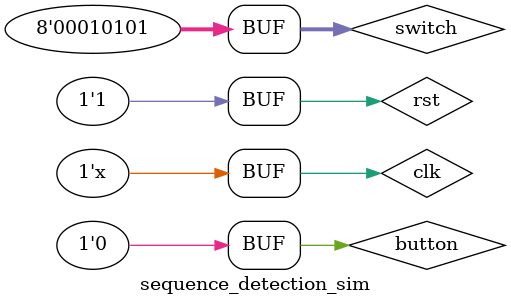
<source format=v>
`timescale 1ns/1ps

module sequence_detection_sim();
	
	reg clk;
	reg rst;
	reg button;
	reg [7:0]switch;
	wire led;
	//wire [7:0] data;
	
	sequence_detection u_sequence_detection(
	.clk(clk),
	.rst(rst),
	.button(button),
	.switch(switch),
	.led(led)
	//.data(data)
	);
	
	initial begin
		clk=1'b0;rst=1'b1;button=1'b0;switch=8'b11010110;
		#10 rst=1'b0;
		#10 button=1'b1;
		#10 button=1'b0;
		#100 switch=8'b00010101;button=1'b1;
		#10 button=1'b0;
		#100 rst=1'b1;
	end
	
	always #5 clk=~clk;
endmodule
</source>
